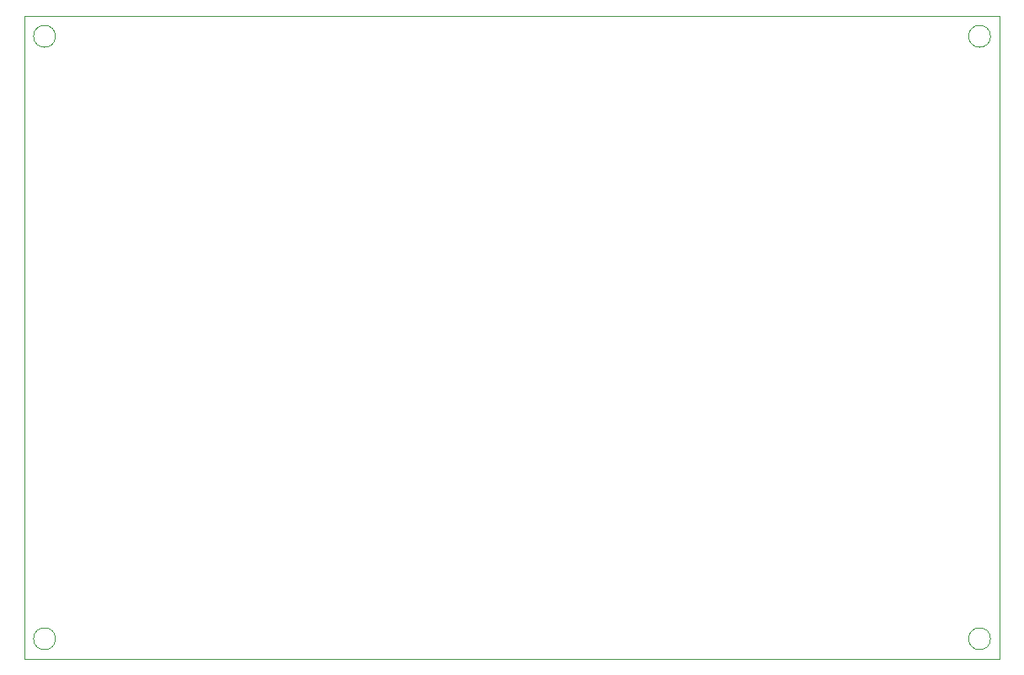
<source format=gbr>
%TF.GenerationSoftware,KiCad,Pcbnew,9.0.2*%
%TF.CreationDate,2025-06-28T14:34:15-07:00*%
%TF.ProjectId,untitled,756e7469-746c-4656-942e-6b696361645f,rev?*%
%TF.SameCoordinates,Original*%
%TF.FileFunction,Profile,NP*%
%FSLAX46Y46*%
G04 Gerber Fmt 4.6, Leading zero omitted, Abs format (unit mm)*
G04 Created by KiCad (PCBNEW 9.0.2) date 2025-06-28 14:34:15*
%MOMM*%
%LPD*%
G01*
G04 APERTURE LIST*
%TA.AperFunction,Profile*%
%ADD10C,0.050000*%
%TD*%
G04 APERTURE END LIST*
D10*
X89905000Y-125825000D02*
G75*
G02*
X87705000Y-125825000I-1100000J0D01*
G01*
X87705000Y-125825000D02*
G75*
G02*
X89905000Y-125825000I1100000J0D01*
G01*
X86805000Y-63293750D02*
X184737500Y-63293750D01*
X184737500Y-127825000D01*
X86805000Y-127825000D01*
X86805000Y-63293750D01*
X183837500Y-65293800D02*
G75*
G02*
X181637500Y-65293800I-1100000J0D01*
G01*
X181637500Y-65293800D02*
G75*
G02*
X183837500Y-65293800I1100000J0D01*
G01*
X89905000Y-65293800D02*
G75*
G02*
X87705000Y-65293800I-1100000J0D01*
G01*
X87705000Y-65293800D02*
G75*
G02*
X89905000Y-65293800I1100000J0D01*
G01*
X183837500Y-125825000D02*
G75*
G02*
X181637500Y-125825000I-1100000J0D01*
G01*
X181637500Y-125825000D02*
G75*
G02*
X183837500Y-125825000I1100000J0D01*
G01*
M02*

</source>
